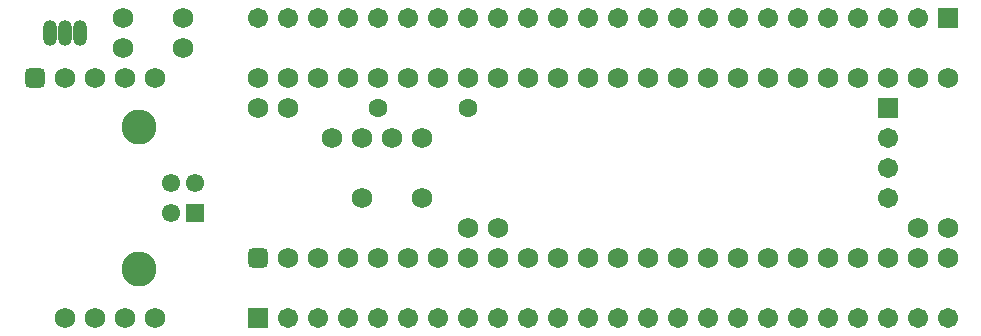
<source format=gts>
G04*
G04 #@! TF.GenerationSoftware,Altium Limited,Altium Designer,20.0.10 (225)*
G04*
G04 Layer_Color=8388736*
%FSLAX25Y25*%
%MOIN*%
G70*
G01*
G75*
%ADD14C,0.06800*%
G04:AMPARAMS|DCode=15|XSize=68mil|YSize=68mil|CornerRadius=19mil|HoleSize=0mil|Usage=FLASHONLY|Rotation=0.000|XOffset=0mil|YOffset=0mil|HoleType=Round|Shape=RoundedRectangle|*
%AMROUNDEDRECTD15*
21,1,0.06800,0.03000,0,0,0.0*
21,1,0.03000,0.06800,0,0,0.0*
1,1,0.03800,0.01500,-0.01500*
1,1,0.03800,-0.01500,-0.01500*
1,1,0.03800,-0.01500,0.01500*
1,1,0.03800,0.01500,0.01500*
%
%ADD15ROUNDEDRECTD15*%
%ADD16O,0.04737X0.08674*%
%ADD17O,0.04737X0.08674*%
%ADD18C,0.11627*%
%ADD19C,0.06115*%
%ADD20R,0.06115X0.06115*%
%ADD21C,0.06706*%
%ADD22R,0.06706X0.06706*%
%ADD23R,0.06706X0.06706*%
%ADD24C,0.06312*%
D14*
X82500Y87500D02*
D03*
X92500D02*
D03*
X102500D02*
D03*
X112500D02*
D03*
X122500D02*
D03*
X132500D02*
D03*
X142500D02*
D03*
X152500D02*
D03*
X162500D02*
D03*
X172500D02*
D03*
X182500D02*
D03*
X192500D02*
D03*
X202500D02*
D03*
X212500D02*
D03*
X222500D02*
D03*
X232500D02*
D03*
X242500D02*
D03*
X252500D02*
D03*
X262500D02*
D03*
X272500D02*
D03*
X282500D02*
D03*
X292500D02*
D03*
X302500D02*
D03*
X312500D02*
D03*
Y27500D02*
D03*
X302500D02*
D03*
X292500D02*
D03*
X282500D02*
D03*
X272500D02*
D03*
X262500D02*
D03*
X252500D02*
D03*
X242500D02*
D03*
X232500D02*
D03*
X222500D02*
D03*
X212500D02*
D03*
X202500D02*
D03*
X192500D02*
D03*
X182500D02*
D03*
X172500D02*
D03*
X162500D02*
D03*
X152500D02*
D03*
X142500D02*
D03*
X132500D02*
D03*
X122500D02*
D03*
X112500D02*
D03*
X102500D02*
D03*
X92500D02*
D03*
X117000Y47500D02*
D03*
X137000D02*
D03*
X57500Y107500D02*
D03*
X37500D02*
D03*
X57500Y97500D02*
D03*
X37500D02*
D03*
X137000Y67500D02*
D03*
X127000D02*
D03*
X117000D02*
D03*
X107000D02*
D03*
X162500Y37500D02*
D03*
X152500D02*
D03*
X312500D02*
D03*
X302500D02*
D03*
X82500Y77500D02*
D03*
X92500D02*
D03*
X18000Y87500D02*
D03*
X28000D02*
D03*
X38000D02*
D03*
X48000D02*
D03*
X18000Y7500D02*
D03*
X28000D02*
D03*
X38000D02*
D03*
X48000D02*
D03*
D15*
X82500Y27500D02*
D03*
X8000Y87500D02*
D03*
D16*
X13000Y102500D02*
D03*
X18000Y102500D02*
D03*
D17*
X23000Y102500D02*
D03*
D18*
X42976Y23784D02*
D03*
Y71185D02*
D03*
D19*
X53646Y42563D02*
D03*
Y52406D02*
D03*
X61520D02*
D03*
D20*
Y42563D02*
D03*
D21*
X292500Y47500D02*
D03*
Y57500D02*
D03*
Y67500D02*
D03*
X82500Y107500D02*
D03*
X92500D02*
D03*
X102500D02*
D03*
X112500D02*
D03*
X122500D02*
D03*
X132500D02*
D03*
X142500D02*
D03*
X152500D02*
D03*
X162500D02*
D03*
X172500D02*
D03*
X182500D02*
D03*
X192500D02*
D03*
X202500D02*
D03*
X212500D02*
D03*
X222500D02*
D03*
X232500D02*
D03*
X242500D02*
D03*
X252500D02*
D03*
X262500D02*
D03*
X272500D02*
D03*
X282500D02*
D03*
X292500D02*
D03*
X302500D02*
D03*
X312500Y7500D02*
D03*
X302500D02*
D03*
X292500D02*
D03*
X282500D02*
D03*
X272500D02*
D03*
X262500D02*
D03*
X252500D02*
D03*
X242500D02*
D03*
X232500D02*
D03*
X222500D02*
D03*
X212500D02*
D03*
X202500D02*
D03*
X192500D02*
D03*
X182500D02*
D03*
X172500D02*
D03*
X162500D02*
D03*
X152500D02*
D03*
X142500D02*
D03*
X132500D02*
D03*
X122500D02*
D03*
X112500D02*
D03*
X102500D02*
D03*
X92500D02*
D03*
D22*
X292500Y77500D02*
D03*
D23*
X312500Y107500D02*
D03*
X82500Y7500D02*
D03*
D24*
X152500Y77500D02*
D03*
X122500D02*
D03*
M02*

</source>
